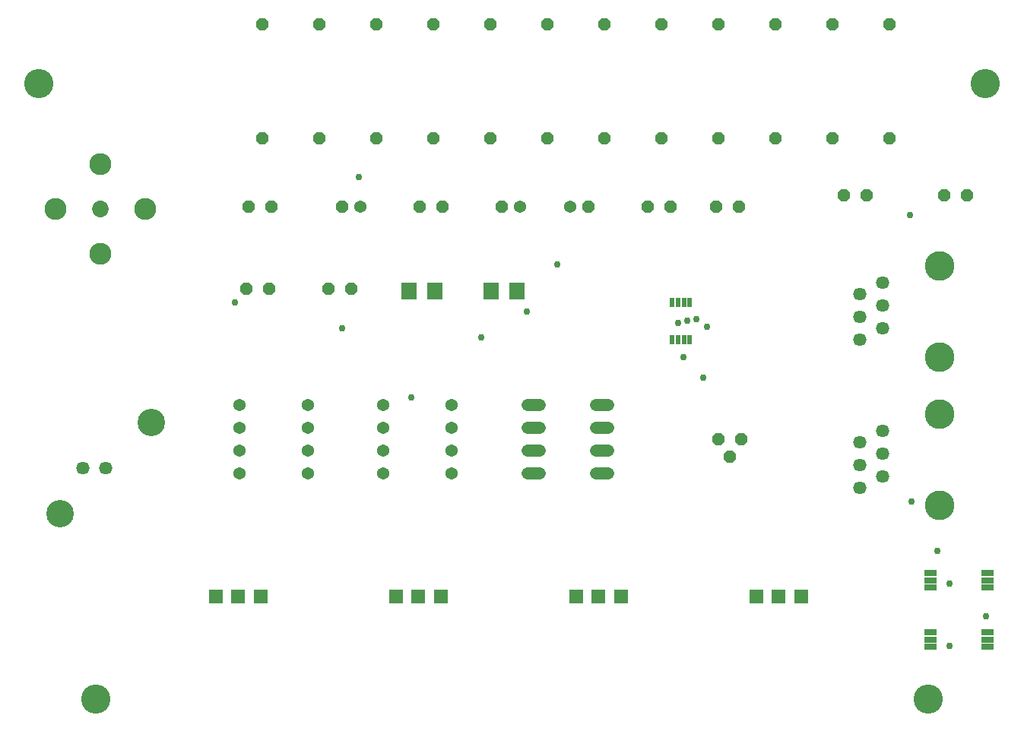
<source format=gts>
G75*
G70*
%OFA0B0*%
%FSLAX24Y24*%
%IPPOS*%
%LPD*%
%AMOC8*
5,1,8,0,0,1.08239X$1,22.5*
%
%ADD10C,0.1280*%
%ADD11OC8,0.0540*%
%ADD12C,0.0540*%
%ADD13C,0.0540*%
%ADD14R,0.0197X0.0423*%
%ADD15C,0.0574*%
%ADD16C,0.1300*%
%ADD17R,0.0520X0.0270*%
%ADD18C,0.0729*%
%ADD19C,0.0965*%
%ADD20R,0.0614X0.0614*%
%ADD21C,0.1201*%
%ADD22R,0.0650X0.0730*%
%ADD23C,0.0298*%
D10*
X004100Y001600D03*
X040600Y001600D03*
X043100Y028600D03*
X001600Y028600D03*
D11*
X010800Y023200D03*
X011800Y023200D03*
X014900Y023200D03*
X018300Y023200D03*
X019300Y023200D03*
X021900Y023200D03*
X025700Y023200D03*
X028300Y023200D03*
X029300Y023200D03*
X031300Y023200D03*
X032300Y023200D03*
X031375Y026200D03*
X033875Y026200D03*
X036375Y026200D03*
X038875Y026200D03*
X037906Y023700D03*
X036906Y023700D03*
X041300Y023700D03*
X042300Y023700D03*
X038875Y031200D03*
X036375Y031200D03*
X033875Y031200D03*
X031375Y031200D03*
X028875Y031200D03*
X026375Y031200D03*
X023875Y031200D03*
X021375Y031200D03*
X018875Y031200D03*
X016375Y031200D03*
X013875Y031200D03*
X011375Y031200D03*
X011375Y026200D03*
X013875Y026200D03*
X016375Y026200D03*
X018875Y026200D03*
X021375Y026200D03*
X023875Y026200D03*
X026375Y026200D03*
X028875Y026200D03*
X015300Y019600D03*
X014300Y019600D03*
X011700Y019600D03*
X010700Y019600D03*
X031394Y012981D03*
X031894Y012231D03*
X032394Y012981D03*
D12*
X019700Y012500D03*
X019700Y011500D03*
X019700Y013500D03*
X019700Y014500D03*
X016700Y014500D03*
X016700Y013500D03*
X016700Y012500D03*
X016700Y011500D03*
X013400Y011500D03*
X013400Y012500D03*
X013400Y013500D03*
X013400Y014500D03*
X010400Y014500D03*
X010400Y013500D03*
X010400Y012500D03*
X010400Y011500D03*
X015700Y023200D03*
X022700Y023200D03*
X024900Y023200D03*
D13*
X026040Y014500D02*
X026560Y014500D01*
X026560Y013500D02*
X026040Y013500D01*
X026040Y012500D02*
X026560Y012500D01*
X026560Y011500D02*
X026040Y011500D01*
X023560Y011500D02*
X023040Y011500D01*
X023040Y012500D02*
X023560Y012500D01*
X023560Y013500D02*
X023040Y013500D01*
X023040Y014500D02*
X023560Y014500D01*
D14*
X029367Y017364D03*
X029622Y017364D03*
X029878Y017364D03*
X030134Y017364D03*
X030134Y018988D03*
X029878Y018988D03*
X029622Y018988D03*
X029367Y018988D03*
D15*
X037600Y019350D03*
X038600Y018850D03*
X037600Y018350D03*
X038600Y017850D03*
X037600Y017350D03*
X038600Y019850D03*
X038600Y013350D03*
X037600Y012850D03*
X038600Y012350D03*
X037600Y011850D03*
X038600Y011350D03*
X037600Y010850D03*
X004535Y011735D03*
X003535Y011735D03*
D16*
X041100Y010100D03*
X041100Y014100D03*
X041100Y016600D03*
X041100Y020600D03*
D17*
X040700Y007120D03*
X040700Y006800D03*
X040700Y006480D03*
X043200Y006480D03*
X043200Y006800D03*
X043200Y007120D03*
X043200Y004520D03*
X043200Y004200D03*
X043200Y003880D03*
X040700Y003880D03*
X040700Y004200D03*
X040700Y004520D03*
D18*
X004300Y023100D03*
D19*
X002331Y023100D03*
X004300Y021131D03*
X006269Y023100D03*
X004300Y025069D03*
D20*
X009346Y006100D03*
X010330Y006100D03*
X011314Y006100D03*
X017246Y006100D03*
X018230Y006100D03*
X019214Y006100D03*
X025146Y006100D03*
X026130Y006100D03*
X027114Y006100D03*
X033046Y006100D03*
X034030Y006100D03*
X035014Y006100D03*
D21*
X006535Y013735D03*
X002535Y009735D03*
D22*
X017830Y019492D03*
X018950Y019492D03*
X021430Y019511D03*
X022550Y019511D03*
D23*
X022980Y018580D03*
X020980Y017460D03*
X017940Y014820D03*
X014900Y017860D03*
X010180Y018980D03*
X015620Y024500D03*
X024340Y020660D03*
X029620Y018100D03*
X030020Y018180D03*
X030420Y018260D03*
X030900Y017940D03*
X029860Y016580D03*
X030740Y015700D03*
X039860Y010260D03*
X040980Y008100D03*
X041540Y006660D03*
X043140Y005220D03*
X041540Y003940D03*
X039780Y022820D03*
M02*

</source>
